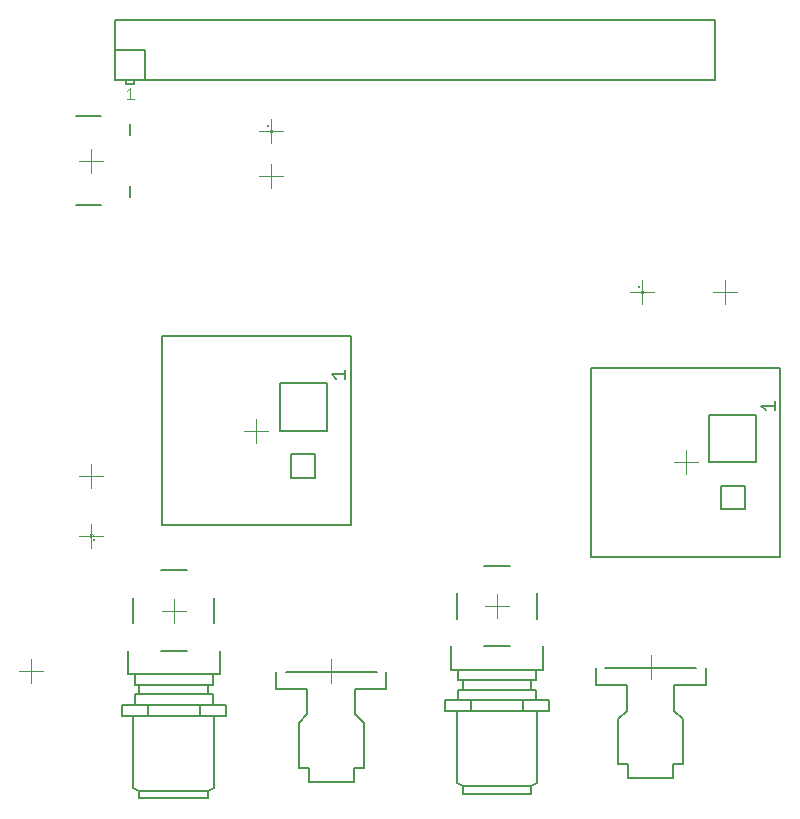
<source format=gto>
G75*
%MOIN*%
%OFA0B0*%
%FSLAX25Y25*%
%IPPOS*%
%LPD*%
%AMOC8*
5,1,8,0,0,1.08239X$1,22.5*
%
%ADD10C,0.00800*%
%ADD11C,0.00600*%
%ADD12C,0.00000*%
%ADD13C,0.00500*%
%ADD14C,0.00400*%
%ADD15C,0.00250*%
%ADD16C,0.00984*%
D10*
X0035177Y0028959D02*
X0039114Y0028959D01*
X0043839Y0028959D01*
X0061161Y0028959D01*
X0065886Y0028959D01*
X0069823Y0028959D01*
X0069823Y0032502D01*
X0065492Y0032502D01*
X0061161Y0032502D01*
X0061161Y0028959D01*
X0061161Y0032502D02*
X0043839Y0032502D01*
X0039508Y0032502D01*
X0035177Y0032502D01*
X0035177Y0028959D01*
X0039114Y0028959D02*
X0039114Y0004943D01*
X0041083Y0003762D01*
X0063917Y0003762D01*
X0063917Y0001400D01*
X0041083Y0001400D01*
X0041083Y0003762D01*
X0063917Y0003762D02*
X0065886Y0004943D01*
X0065886Y0028959D01*
X0065492Y0032502D02*
X0065492Y0036046D01*
X0063917Y0036046D01*
X0041083Y0036046D01*
X0039508Y0036046D01*
X0039508Y0032502D01*
X0041083Y0036046D02*
X0041083Y0039195D01*
X0063917Y0039195D01*
X0063917Y0036046D01*
X0063917Y0039195D02*
X0065492Y0039195D01*
X0065492Y0042739D01*
X0067854Y0042739D01*
X0067854Y0050613D01*
X0065886Y0059668D02*
X0065886Y0068329D01*
X0056831Y0077384D02*
X0048169Y0077384D01*
X0039114Y0068329D02*
X0039114Y0059668D01*
X0037146Y0050613D02*
X0037146Y0042739D01*
X0039508Y0042739D01*
X0065492Y0042739D01*
X0056831Y0050613D02*
X0048169Y0050613D01*
X0039508Y0042739D02*
X0039508Y0039195D01*
X0041083Y0039195D01*
X0043839Y0032502D02*
X0043839Y0028959D01*
X0086693Y0037896D02*
X0086693Y0043605D01*
X0089843Y0043605D02*
X0120157Y0043605D01*
X0123307Y0043605D02*
X0123307Y0037896D01*
X0112874Y0037896D01*
X0112874Y0029431D01*
X0115827Y0026479D01*
X0115827Y0011518D01*
X0112480Y0011518D01*
X0112480Y0006892D01*
X0097520Y0006892D01*
X0097520Y0011518D01*
X0094173Y0011518D01*
X0094173Y0026479D01*
X0097126Y0029431D01*
X0097126Y0037896D01*
X0086693Y0037896D01*
X0142959Y0034082D02*
X0142959Y0030539D01*
X0146896Y0030539D01*
X0151620Y0030539D01*
X0168943Y0030539D01*
X0173667Y0030539D01*
X0177604Y0030539D01*
X0177604Y0034082D01*
X0173274Y0034082D01*
X0168943Y0034082D01*
X0168943Y0030539D01*
X0168943Y0034082D02*
X0151620Y0034082D01*
X0147289Y0034082D01*
X0142959Y0034082D01*
X0147289Y0034082D02*
X0147289Y0037625D01*
X0148864Y0037625D01*
X0171699Y0037625D01*
X0173274Y0037625D01*
X0173274Y0034082D01*
X0173667Y0030539D02*
X0173667Y0006523D01*
X0171699Y0005342D01*
X0148864Y0005342D01*
X0148864Y0002980D01*
X0171699Y0002980D01*
X0171699Y0005342D01*
X0148864Y0005342D02*
X0146896Y0006523D01*
X0146896Y0030539D01*
X0151620Y0030539D02*
X0151620Y0034082D01*
X0148864Y0037625D02*
X0148864Y0040775D01*
X0171699Y0040775D01*
X0171699Y0037625D01*
X0171699Y0040775D02*
X0173274Y0040775D01*
X0173274Y0044318D01*
X0175636Y0044318D01*
X0175636Y0052192D01*
X0173274Y0044318D02*
X0147289Y0044318D01*
X0144927Y0044318D01*
X0144927Y0052192D01*
X0147289Y0044318D02*
X0147289Y0040775D01*
X0148864Y0040775D01*
X0155951Y0052192D02*
X0164612Y0052192D01*
X0173667Y0061247D02*
X0173667Y0069909D01*
X0164612Y0078964D02*
X0155951Y0078964D01*
X0146896Y0069909D02*
X0146896Y0061247D01*
X0111496Y0092502D02*
X0048504Y0092502D01*
X0048504Y0155494D01*
X0111496Y0155494D01*
X0111496Y0092502D01*
X0099685Y0108250D02*
X0091811Y0108250D01*
X0091811Y0116124D01*
X0099685Y0116124D01*
X0099685Y0108250D01*
X0103622Y0123998D02*
X0087874Y0123998D01*
X0087874Y0139746D01*
X0103622Y0139746D01*
X0103622Y0123998D01*
X0028150Y0199038D02*
X0019882Y0199038D01*
X0037992Y0201794D02*
X0037992Y0205337D01*
X0037992Y0222660D02*
X0037992Y0226203D01*
X0028150Y0228959D02*
X0019882Y0228959D01*
X0191674Y0144962D02*
X0191674Y0081970D01*
X0254666Y0081970D01*
X0254666Y0144962D01*
X0191674Y0144962D01*
X0231044Y0129214D02*
X0231044Y0113466D01*
X0246792Y0113466D01*
X0246792Y0129214D01*
X0231044Y0129214D01*
X0234981Y0105592D02*
X0234981Y0097718D01*
X0242855Y0097718D01*
X0242855Y0105592D01*
X0234981Y0105592D01*
X0229911Y0044793D02*
X0229911Y0039084D01*
X0219478Y0039084D01*
X0219478Y0030619D01*
X0222430Y0027667D01*
X0222430Y0012706D01*
X0219084Y0012706D01*
X0219084Y0008080D01*
X0204123Y0008080D01*
X0204123Y0012706D01*
X0200777Y0012706D01*
X0200777Y0027667D01*
X0203730Y0030619D01*
X0203730Y0039084D01*
X0193297Y0039084D01*
X0193297Y0044793D01*
X0196446Y0044793D02*
X0226761Y0044793D01*
D11*
X0249934Y0130757D02*
X0248466Y0132225D01*
X0252870Y0132225D01*
X0252870Y0130757D02*
X0252870Y0133693D01*
X0109700Y0141289D02*
X0109700Y0144225D01*
X0109700Y0142757D02*
X0105296Y0142757D01*
X0106764Y0141289D01*
D12*
X0084000Y0123998D02*
X0076000Y0123998D01*
X0080000Y0119998D02*
X0080000Y0127998D01*
X0029000Y0108998D02*
X0021000Y0108998D01*
X0025000Y0104998D02*
X0025000Y0112998D01*
X0025000Y0092998D02*
X0025000Y0084998D01*
X0021000Y0088998D02*
X0029000Y0088998D01*
X0052500Y0067998D02*
X0052500Y0059998D01*
X0048500Y0063998D02*
X0056500Y0063998D01*
X0101000Y0043998D02*
X0109000Y0043998D01*
X0105000Y0039998D02*
X0105000Y0047998D01*
X0156281Y0065578D02*
X0164281Y0065578D01*
X0160281Y0061578D02*
X0160281Y0069578D01*
X0207604Y0045186D02*
X0215604Y0045186D01*
X0211604Y0041186D02*
X0211604Y0049186D01*
X0223170Y0109466D02*
X0223170Y0117466D01*
X0219170Y0113466D02*
X0227170Y0113466D01*
X0236204Y0166187D02*
X0236204Y0174187D01*
X0232204Y0170187D02*
X0240204Y0170187D01*
X0212615Y0170187D02*
X0204615Y0170187D01*
X0208615Y0166187D02*
X0208615Y0174187D01*
X0089000Y0208998D02*
X0081000Y0208998D01*
X0085000Y0204998D02*
X0085000Y0212998D01*
X0085000Y0219998D02*
X0085000Y0227998D01*
X0081000Y0223998D02*
X0089000Y0223998D01*
X0029000Y0213998D02*
X0021000Y0213998D01*
X0025000Y0209998D02*
X0025000Y0217998D01*
X0005000Y0047998D02*
X0005000Y0039998D01*
X0001000Y0043998D02*
X0009000Y0043998D01*
D13*
X0036703Y0239441D02*
X0039203Y0239441D01*
X0039203Y0240691D01*
X0042953Y0240691D01*
X0042953Y0250691D01*
X0032953Y0250691D01*
X0032953Y0240691D01*
X0036703Y0240691D01*
X0036703Y0239441D01*
X0036703Y0240691D02*
X0039203Y0240691D01*
X0042953Y0240691D02*
X0232953Y0240691D01*
X0232953Y0260691D01*
X0032953Y0260691D01*
X0032953Y0250691D01*
D14*
X0038104Y0238244D02*
X0038104Y0234641D01*
X0036903Y0234641D02*
X0039305Y0234641D01*
X0036903Y0237043D02*
X0038104Y0238244D01*
D15*
X0084311Y0223900D02*
X0084902Y0223309D01*
X0085591Y0223998D01*
X0085000Y0224589D01*
X0084311Y0223900D01*
X0207926Y0170088D02*
X0208517Y0169498D01*
X0209206Y0170187D01*
X0208615Y0170777D01*
X0207926Y0170088D01*
X0025689Y0089097D02*
X0025098Y0089687D01*
X0024409Y0088998D01*
X0025000Y0088408D01*
X0025689Y0089097D01*
D16*
X0026083Y0087424D03*
X0083917Y0225573D03*
X0207533Y0171762D03*
M02*

</source>
